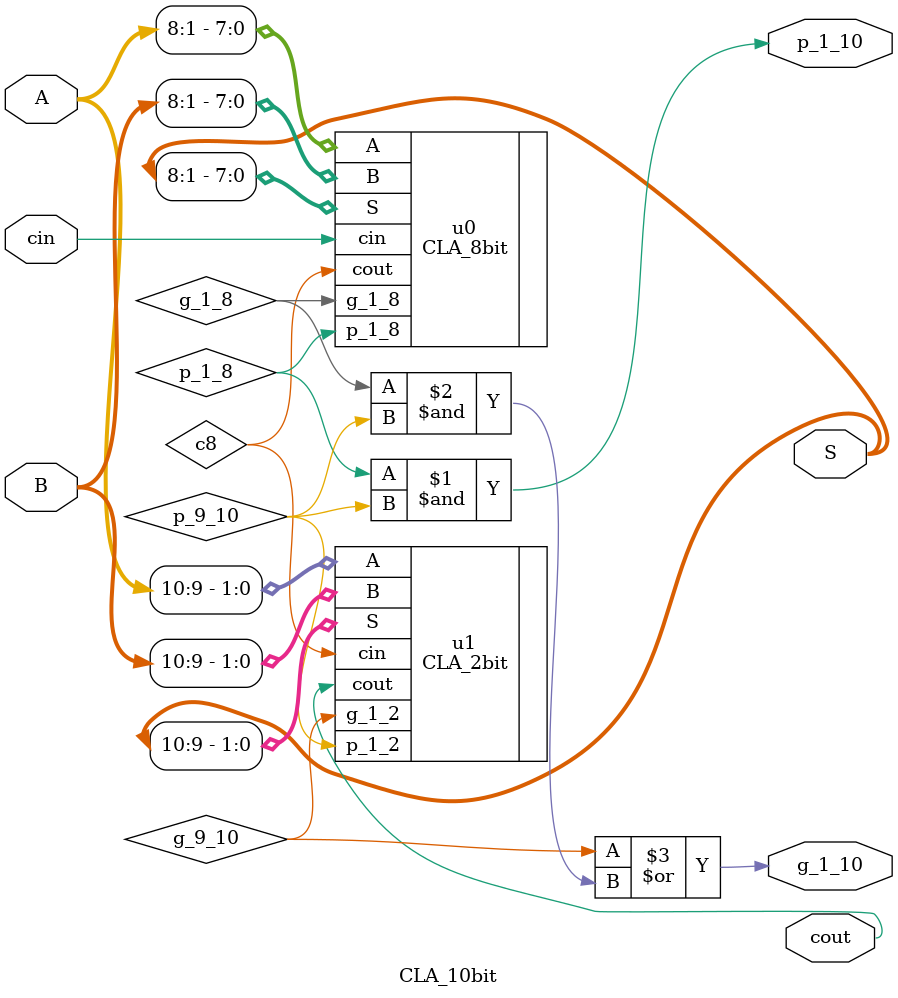
<source format=v>
module CLA_10bit #(
    parameter width=10
)(
    input wire [width:1] A,
    input wire [width:1] B,
    input wire cin,
    output wire [width:1] S,
    output wire cout,
    output wire p_1_10,
    output wire g_1_10
);

    wire c8;
    wire p_1_8, g_1_8;
    wire p_9_10, g_9_10;

    CLA_8bit #(.width(8)) u0 (
        .A(A[8:1]),
        .B(B[8:1]),
        .cin(cin),
        .S(S[8:1]),
        .cout(c8),
        .p_1_8(p_1_8),
        .g_1_8(g_1_8)
    );
    CLA_2bit #(.width(2)) u1 (
        .A(A[10:9]),
        .B(B[10:9]),
        .cin(c8),
        .S(S[10:9]),
        .cout(cout),
        .p_1_2(p_9_10),
        .g_1_2(g_9_10)
    );
    assign p_1_10 = p_1_8 & p_9_10;
    assign g_1_10 = g_9_10|(g_1_8&p_9_10);
endmodule

</source>
